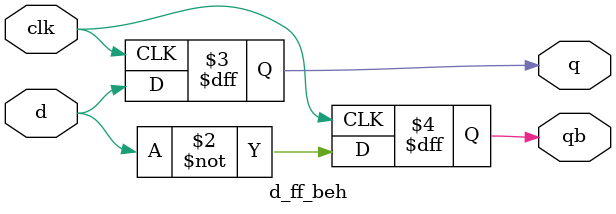
<source format=v>
module d_ff_beh(d,q,qb,clk);
input d,clk;
output q,qb;
reg q,qb;
always @(posedge clk)
begin
q=d;
qb=~q;
end
endmodule

</source>
